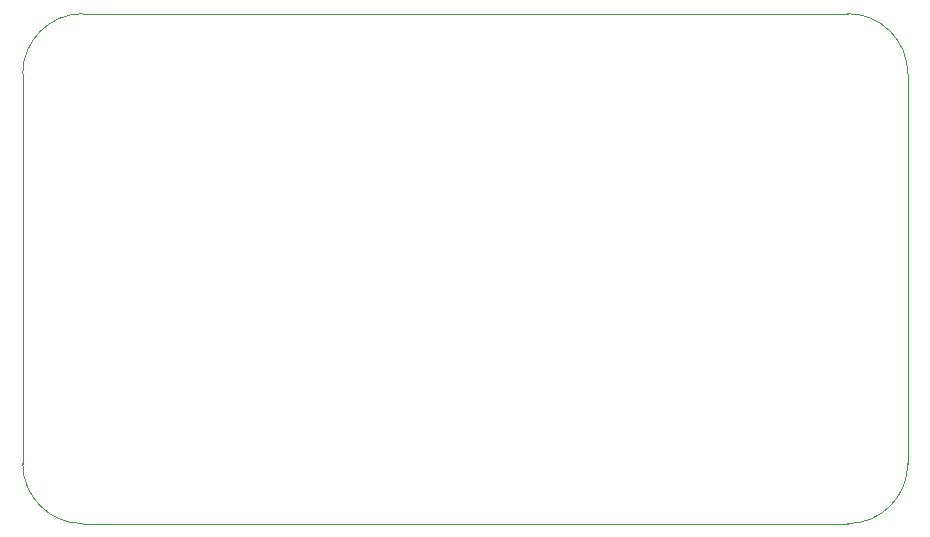
<source format=gbr>
G04 #@! TF.GenerationSoftware,KiCad,Pcbnew,(5.1.2-1)-1*
G04 #@! TF.CreationDate,2021-07-14T23:00:58-07:00*
G04 #@! TF.ProjectId,vista20p-alt,76697374-6132-4307-902d-616c742e6b69,rev?*
G04 #@! TF.SameCoordinates,Original*
G04 #@! TF.FileFunction,Profile,NP*
%FSLAX46Y46*%
G04 Gerber Fmt 4.6, Leading zero omitted, Abs format (unit mm)*
G04 Created by KiCad (PCBNEW (5.1.2-1)-1) date 2021-07-14 23:00:58*
%MOMM*%
%LPD*%
G04 APERTURE LIST*
%ADD10C,0.100000*%
G04 APERTURE END LIST*
D10*
X49530000Y-101600000D02*
X114300000Y-101600000D01*
X44450000Y-106680000D02*
G75*
G02X49530000Y-101600000I5080000J0D01*
G01*
X49530000Y-144780000D02*
G75*
G02X44450000Y-139700000I0J5080000D01*
G01*
X119380000Y-139700000D02*
G75*
G02X114300000Y-144780000I-5080000J0D01*
G01*
X114300000Y-101600000D02*
G75*
G02X119380000Y-106680000I0J-5080000D01*
G01*
X119380000Y-139700000D02*
X119380000Y-106680000D01*
X49530000Y-144780000D02*
X114300000Y-144780000D01*
X44450000Y-106680000D02*
X44450000Y-139700000D01*
M02*

</source>
